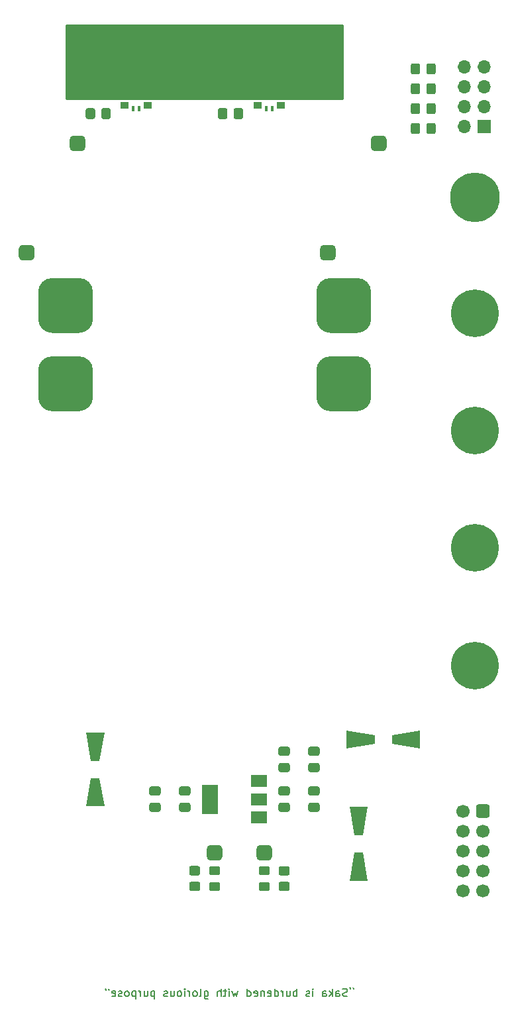
<source format=gbr>
%TF.GenerationSoftware,KiCad,Pcbnew,(5.1.12-1-10_14)*%
%TF.CreationDate,2021-12-28T18:18:38+00:00*%
%TF.ProjectId,pocket-operator-eurorack,706f636b-6574-42d6-9f70-657261746f72,rev?*%
%TF.SameCoordinates,Original*%
%TF.FileFunction,Soldermask,Bot*%
%TF.FilePolarity,Negative*%
%FSLAX46Y46*%
G04 Gerber Fmt 4.6, Leading zero omitted, Abs format (unit mm)*
G04 Created by KiCad (PCBNEW (5.1.12-1-10_14)) date 2021-12-28 18:18:38*
%MOMM*%
%LPD*%
G01*
G04 APERTURE LIST*
%ADD10C,0.150000*%
%ADD11C,0.100000*%
%ADD12R,0.400000X0.800000*%
%ADD13R,1.000000X0.900000*%
%ADD14C,1.700000*%
%ADD15R,2.000000X1.500000*%
%ADD16R,2.000000X3.800000*%
%ADD17O,1.700000X1.700000*%
%ADD18R,1.700000X1.700000*%
%ADD19C,6.350000*%
%ADD20C,6.100000*%
%ADD21C,0.254000*%
G04 APERTURE END LIST*
D10*
X50401190Y-125865000D02*
X50401190Y-125817380D01*
X50353571Y-125722142D01*
X50305952Y-125674523D01*
X50782142Y-125865000D02*
X50782142Y-125817380D01*
X50734523Y-125722142D01*
X50686904Y-125674523D01*
X49972619Y-126769761D02*
X49829761Y-126817380D01*
X49591666Y-126817380D01*
X49496428Y-126769761D01*
X49448809Y-126722142D01*
X49401190Y-126626904D01*
X49401190Y-126531666D01*
X49448809Y-126436428D01*
X49496428Y-126388809D01*
X49591666Y-126341190D01*
X49782142Y-126293571D01*
X49877380Y-126245952D01*
X49925000Y-126198333D01*
X49972619Y-126103095D01*
X49972619Y-126007857D01*
X49925000Y-125912619D01*
X49877380Y-125865000D01*
X49782142Y-125817380D01*
X49544047Y-125817380D01*
X49401190Y-125865000D01*
X48544047Y-126817380D02*
X48544047Y-126293571D01*
X48591666Y-126198333D01*
X48686904Y-126150714D01*
X48877380Y-126150714D01*
X48972619Y-126198333D01*
X48544047Y-126769761D02*
X48639285Y-126817380D01*
X48877380Y-126817380D01*
X48972619Y-126769761D01*
X49020238Y-126674523D01*
X49020238Y-126579285D01*
X48972619Y-126484047D01*
X48877380Y-126436428D01*
X48639285Y-126436428D01*
X48544047Y-126388809D01*
X48067857Y-126817380D02*
X48067857Y-125817380D01*
X47972619Y-126436428D02*
X47686904Y-126817380D01*
X47686904Y-126150714D02*
X48067857Y-126531666D01*
X46829761Y-126817380D02*
X46829761Y-126293571D01*
X46877380Y-126198333D01*
X46972619Y-126150714D01*
X47163095Y-126150714D01*
X47258333Y-126198333D01*
X46829761Y-126769761D02*
X46925000Y-126817380D01*
X47163095Y-126817380D01*
X47258333Y-126769761D01*
X47305952Y-126674523D01*
X47305952Y-126579285D01*
X47258333Y-126484047D01*
X47163095Y-126436428D01*
X46925000Y-126436428D01*
X46829761Y-126388809D01*
X45591666Y-126817380D02*
X45591666Y-126150714D01*
X45591666Y-125817380D02*
X45639285Y-125865000D01*
X45591666Y-125912619D01*
X45544047Y-125865000D01*
X45591666Y-125817380D01*
X45591666Y-125912619D01*
X45163095Y-126769761D02*
X45067857Y-126817380D01*
X44877380Y-126817380D01*
X44782142Y-126769761D01*
X44734523Y-126674523D01*
X44734523Y-126626904D01*
X44782142Y-126531666D01*
X44877380Y-126484047D01*
X45020238Y-126484047D01*
X45115476Y-126436428D01*
X45163095Y-126341190D01*
X45163095Y-126293571D01*
X45115476Y-126198333D01*
X45020238Y-126150714D01*
X44877380Y-126150714D01*
X44782142Y-126198333D01*
X43544047Y-126817380D02*
X43544047Y-125817380D01*
X43544047Y-126198333D02*
X43448809Y-126150714D01*
X43258333Y-126150714D01*
X43163095Y-126198333D01*
X43115476Y-126245952D01*
X43067857Y-126341190D01*
X43067857Y-126626904D01*
X43115476Y-126722142D01*
X43163095Y-126769761D01*
X43258333Y-126817380D01*
X43448809Y-126817380D01*
X43544047Y-126769761D01*
X42210714Y-126150714D02*
X42210714Y-126817380D01*
X42639285Y-126150714D02*
X42639285Y-126674523D01*
X42591666Y-126769761D01*
X42496428Y-126817380D01*
X42353571Y-126817380D01*
X42258333Y-126769761D01*
X42210714Y-126722142D01*
X41734523Y-126817380D02*
X41734523Y-126150714D01*
X41734523Y-126341190D02*
X41686904Y-126245952D01*
X41639285Y-126198333D01*
X41544047Y-126150714D01*
X41448809Y-126150714D01*
X40686904Y-126817380D02*
X40686904Y-125817380D01*
X40686904Y-126769761D02*
X40782142Y-126817380D01*
X40972619Y-126817380D01*
X41067857Y-126769761D01*
X41115476Y-126722142D01*
X41163095Y-126626904D01*
X41163095Y-126341190D01*
X41115476Y-126245952D01*
X41067857Y-126198333D01*
X40972619Y-126150714D01*
X40782142Y-126150714D01*
X40686904Y-126198333D01*
X39829761Y-126769761D02*
X39925000Y-126817380D01*
X40115476Y-126817380D01*
X40210714Y-126769761D01*
X40258333Y-126674523D01*
X40258333Y-126293571D01*
X40210714Y-126198333D01*
X40115476Y-126150714D01*
X39925000Y-126150714D01*
X39829761Y-126198333D01*
X39782142Y-126293571D01*
X39782142Y-126388809D01*
X40258333Y-126484047D01*
X39353571Y-126150714D02*
X39353571Y-126817380D01*
X39353571Y-126245952D02*
X39305952Y-126198333D01*
X39210714Y-126150714D01*
X39067857Y-126150714D01*
X38972619Y-126198333D01*
X38925000Y-126293571D01*
X38925000Y-126817380D01*
X38067857Y-126769761D02*
X38163095Y-126817380D01*
X38353571Y-126817380D01*
X38448809Y-126769761D01*
X38496428Y-126674523D01*
X38496428Y-126293571D01*
X38448809Y-126198333D01*
X38353571Y-126150714D01*
X38163095Y-126150714D01*
X38067857Y-126198333D01*
X38020238Y-126293571D01*
X38020238Y-126388809D01*
X38496428Y-126484047D01*
X37163095Y-126817380D02*
X37163095Y-125817380D01*
X37163095Y-126769761D02*
X37258333Y-126817380D01*
X37448809Y-126817380D01*
X37544047Y-126769761D01*
X37591666Y-126722142D01*
X37639285Y-126626904D01*
X37639285Y-126341190D01*
X37591666Y-126245952D01*
X37544047Y-126198333D01*
X37448809Y-126150714D01*
X37258333Y-126150714D01*
X37163095Y-126198333D01*
X36020238Y-126150714D02*
X35829761Y-126817380D01*
X35639285Y-126341190D01*
X35448809Y-126817380D01*
X35258333Y-126150714D01*
X34877380Y-126817380D02*
X34877380Y-126150714D01*
X34877380Y-125817380D02*
X34925000Y-125865000D01*
X34877380Y-125912619D01*
X34829761Y-125865000D01*
X34877380Y-125817380D01*
X34877380Y-125912619D01*
X34544047Y-126150714D02*
X34163095Y-126150714D01*
X34401190Y-125817380D02*
X34401190Y-126674523D01*
X34353571Y-126769761D01*
X34258333Y-126817380D01*
X34163095Y-126817380D01*
X33829761Y-126817380D02*
X33829761Y-125817380D01*
X33401190Y-126817380D02*
X33401190Y-126293571D01*
X33448809Y-126198333D01*
X33544047Y-126150714D01*
X33686904Y-126150714D01*
X33782142Y-126198333D01*
X33829761Y-126245952D01*
X31734523Y-126150714D02*
X31734523Y-126960238D01*
X31782142Y-127055476D01*
X31829761Y-127103095D01*
X31925000Y-127150714D01*
X32067857Y-127150714D01*
X32163095Y-127103095D01*
X31734523Y-126769761D02*
X31829761Y-126817380D01*
X32020238Y-126817380D01*
X32115476Y-126769761D01*
X32163095Y-126722142D01*
X32210714Y-126626904D01*
X32210714Y-126341190D01*
X32163095Y-126245952D01*
X32115476Y-126198333D01*
X32020238Y-126150714D01*
X31829761Y-126150714D01*
X31734523Y-126198333D01*
X31115476Y-126817380D02*
X31210714Y-126769761D01*
X31258333Y-126674523D01*
X31258333Y-125817380D01*
X30591666Y-126817380D02*
X30686904Y-126769761D01*
X30734523Y-126722142D01*
X30782142Y-126626904D01*
X30782142Y-126341190D01*
X30734523Y-126245952D01*
X30686904Y-126198333D01*
X30591666Y-126150714D01*
X30448809Y-126150714D01*
X30353571Y-126198333D01*
X30305952Y-126245952D01*
X30258333Y-126341190D01*
X30258333Y-126626904D01*
X30305952Y-126722142D01*
X30353571Y-126769761D01*
X30448809Y-126817380D01*
X30591666Y-126817380D01*
X29829761Y-126817380D02*
X29829761Y-126150714D01*
X29829761Y-126341190D02*
X29782142Y-126245952D01*
X29734523Y-126198333D01*
X29639285Y-126150714D01*
X29544047Y-126150714D01*
X29210714Y-126817380D02*
X29210714Y-126150714D01*
X29210714Y-125817380D02*
X29258333Y-125865000D01*
X29210714Y-125912619D01*
X29163095Y-125865000D01*
X29210714Y-125817380D01*
X29210714Y-125912619D01*
X28591666Y-126817380D02*
X28686904Y-126769761D01*
X28734523Y-126722142D01*
X28782142Y-126626904D01*
X28782142Y-126341190D01*
X28734523Y-126245952D01*
X28686904Y-126198333D01*
X28591666Y-126150714D01*
X28448809Y-126150714D01*
X28353571Y-126198333D01*
X28305952Y-126245952D01*
X28258333Y-126341190D01*
X28258333Y-126626904D01*
X28305952Y-126722142D01*
X28353571Y-126769761D01*
X28448809Y-126817380D01*
X28591666Y-126817380D01*
X27401190Y-126150714D02*
X27401190Y-126817380D01*
X27829761Y-126150714D02*
X27829761Y-126674523D01*
X27782142Y-126769761D01*
X27686904Y-126817380D01*
X27544047Y-126817380D01*
X27448809Y-126769761D01*
X27401190Y-126722142D01*
X26972619Y-126769761D02*
X26877380Y-126817380D01*
X26686904Y-126817380D01*
X26591666Y-126769761D01*
X26544047Y-126674523D01*
X26544047Y-126626904D01*
X26591666Y-126531666D01*
X26686904Y-126484047D01*
X26829761Y-126484047D01*
X26925000Y-126436428D01*
X26972619Y-126341190D01*
X26972619Y-126293571D01*
X26925000Y-126198333D01*
X26829761Y-126150714D01*
X26686904Y-126150714D01*
X26591666Y-126198333D01*
X25353571Y-126150714D02*
X25353571Y-127150714D01*
X25353571Y-126198333D02*
X25258333Y-126150714D01*
X25067857Y-126150714D01*
X24972619Y-126198333D01*
X24925000Y-126245952D01*
X24877380Y-126341190D01*
X24877380Y-126626904D01*
X24925000Y-126722142D01*
X24972619Y-126769761D01*
X25067857Y-126817380D01*
X25258333Y-126817380D01*
X25353571Y-126769761D01*
X24020238Y-126150714D02*
X24020238Y-126817380D01*
X24448809Y-126150714D02*
X24448809Y-126674523D01*
X24401190Y-126769761D01*
X24305952Y-126817380D01*
X24163095Y-126817380D01*
X24067857Y-126769761D01*
X24020238Y-126722142D01*
X23544047Y-126817380D02*
X23544047Y-126150714D01*
X23544047Y-126341190D02*
X23496428Y-126245952D01*
X23448809Y-126198333D01*
X23353571Y-126150714D01*
X23258333Y-126150714D01*
X22925000Y-126150714D02*
X22925000Y-127150714D01*
X22925000Y-126198333D02*
X22829761Y-126150714D01*
X22639285Y-126150714D01*
X22544047Y-126198333D01*
X22496428Y-126245952D01*
X22448809Y-126341190D01*
X22448809Y-126626904D01*
X22496428Y-126722142D01*
X22544047Y-126769761D01*
X22639285Y-126817380D01*
X22829761Y-126817380D01*
X22925000Y-126769761D01*
X21877380Y-126817380D02*
X21972619Y-126769761D01*
X22020238Y-126722142D01*
X22067857Y-126626904D01*
X22067857Y-126341190D01*
X22020238Y-126245952D01*
X21972619Y-126198333D01*
X21877380Y-126150714D01*
X21734523Y-126150714D01*
X21639285Y-126198333D01*
X21591666Y-126245952D01*
X21544047Y-126341190D01*
X21544047Y-126626904D01*
X21591666Y-126722142D01*
X21639285Y-126769761D01*
X21734523Y-126817380D01*
X21877380Y-126817380D01*
X21163095Y-126769761D02*
X21067857Y-126817380D01*
X20877380Y-126817380D01*
X20782142Y-126769761D01*
X20734523Y-126674523D01*
X20734523Y-126626904D01*
X20782142Y-126531666D01*
X20877380Y-126484047D01*
X21020238Y-126484047D01*
X21115476Y-126436428D01*
X21163095Y-126341190D01*
X21163095Y-126293571D01*
X21115476Y-126198333D01*
X21020238Y-126150714D01*
X20877380Y-126150714D01*
X20782142Y-126198333D01*
X19925000Y-126769761D02*
X20020238Y-126817380D01*
X20210714Y-126817380D01*
X20305952Y-126769761D01*
X20353571Y-126674523D01*
X20353571Y-126293571D01*
X20305952Y-126198333D01*
X20210714Y-126150714D01*
X20020238Y-126150714D01*
X19925000Y-126198333D01*
X19877380Y-126293571D01*
X19877380Y-126388809D01*
X20353571Y-126484047D01*
X19448809Y-125817380D02*
X19448809Y-125865000D01*
X19496428Y-125960238D01*
X19544047Y-126007857D01*
X19067857Y-125817380D02*
X19067857Y-125865000D01*
X19115476Y-125960238D01*
X19163095Y-126007857D01*
%TO.C,C1*%
G36*
G01*
X46195000Y-101150000D02*
X45245000Y-101150000D01*
G75*
G02*
X44995000Y-100900000I0J250000D01*
G01*
X44995000Y-100225000D01*
G75*
G02*
X45245000Y-99975000I250000J0D01*
G01*
X46195000Y-99975000D01*
G75*
G02*
X46445000Y-100225000I0J-250000D01*
G01*
X46445000Y-100900000D01*
G75*
G02*
X46195000Y-101150000I-250000J0D01*
G01*
G37*
G36*
G01*
X46195000Y-103225000D02*
X45245000Y-103225000D01*
G75*
G02*
X44995000Y-102975000I0J250000D01*
G01*
X44995000Y-102300000D01*
G75*
G02*
X45245000Y-102050000I250000J0D01*
G01*
X46195000Y-102050000D01*
G75*
G02*
X46445000Y-102300000I0J-250000D01*
G01*
X46445000Y-102975000D01*
G75*
G02*
X46195000Y-103225000I-250000J0D01*
G01*
G37*
%TD*%
%TO.C,C2*%
G36*
G01*
X45245000Y-96970000D02*
X46195000Y-96970000D01*
G75*
G02*
X46445000Y-97220000I0J-250000D01*
G01*
X46445000Y-97895000D01*
G75*
G02*
X46195000Y-98145000I-250000J0D01*
G01*
X45245000Y-98145000D01*
G75*
G02*
X44995000Y-97895000I0J250000D01*
G01*
X44995000Y-97220000D01*
G75*
G02*
X45245000Y-96970000I250000J0D01*
G01*
G37*
G36*
G01*
X45245000Y-94895000D02*
X46195000Y-94895000D01*
G75*
G02*
X46445000Y-95145000I0J-250000D01*
G01*
X46445000Y-95820000D01*
G75*
G02*
X46195000Y-96070000I-250000J0D01*
G01*
X45245000Y-96070000D01*
G75*
G02*
X44995000Y-95820000I0J250000D01*
G01*
X44995000Y-95145000D01*
G75*
G02*
X45245000Y-94895000I250000J0D01*
G01*
G37*
%TD*%
%TO.C,C3*%
G36*
G01*
X42385000Y-101150000D02*
X41435000Y-101150000D01*
G75*
G02*
X41185000Y-100900000I0J250000D01*
G01*
X41185000Y-100225000D01*
G75*
G02*
X41435000Y-99975000I250000J0D01*
G01*
X42385000Y-99975000D01*
G75*
G02*
X42635000Y-100225000I0J-250000D01*
G01*
X42635000Y-100900000D01*
G75*
G02*
X42385000Y-101150000I-250000J0D01*
G01*
G37*
G36*
G01*
X42385000Y-103225000D02*
X41435000Y-103225000D01*
G75*
G02*
X41185000Y-102975000I0J250000D01*
G01*
X41185000Y-102300000D01*
G75*
G02*
X41435000Y-102050000I250000J0D01*
G01*
X42385000Y-102050000D01*
G75*
G02*
X42635000Y-102300000I0J-250000D01*
G01*
X42635000Y-102975000D01*
G75*
G02*
X42385000Y-103225000I-250000J0D01*
G01*
G37*
%TD*%
%TO.C,C4*%
G36*
G01*
X41435000Y-96970000D02*
X42385000Y-96970000D01*
G75*
G02*
X42635000Y-97220000I0J-250000D01*
G01*
X42635000Y-97895000D01*
G75*
G02*
X42385000Y-98145000I-250000J0D01*
G01*
X41435000Y-98145000D01*
G75*
G02*
X41185000Y-97895000I0J250000D01*
G01*
X41185000Y-97220000D01*
G75*
G02*
X41435000Y-96970000I250000J0D01*
G01*
G37*
G36*
G01*
X41435000Y-94895000D02*
X42385000Y-94895000D01*
G75*
G02*
X42635000Y-95145000I0J-250000D01*
G01*
X42635000Y-95820000D01*
G75*
G02*
X42385000Y-96070000I-250000J0D01*
G01*
X41435000Y-96070000D01*
G75*
G02*
X41185000Y-95820000I0J250000D01*
G01*
X41185000Y-95145000D01*
G75*
G02*
X41435000Y-94895000I250000J0D01*
G01*
G37*
%TD*%
%TO.C,C5*%
G36*
G01*
X29685000Y-101150000D02*
X28735000Y-101150000D01*
G75*
G02*
X28485000Y-100900000I0J250000D01*
G01*
X28485000Y-100225000D01*
G75*
G02*
X28735000Y-99975000I250000J0D01*
G01*
X29685000Y-99975000D01*
G75*
G02*
X29935000Y-100225000I0J-250000D01*
G01*
X29935000Y-100900000D01*
G75*
G02*
X29685000Y-101150000I-250000J0D01*
G01*
G37*
G36*
G01*
X29685000Y-103225000D02*
X28735000Y-103225000D01*
G75*
G02*
X28485000Y-102975000I0J250000D01*
G01*
X28485000Y-102300000D01*
G75*
G02*
X28735000Y-102050000I250000J0D01*
G01*
X29685000Y-102050000D01*
G75*
G02*
X29935000Y-102300000I0J-250000D01*
G01*
X29935000Y-102975000D01*
G75*
G02*
X29685000Y-103225000I-250000J0D01*
G01*
G37*
%TD*%
%TO.C,C6*%
G36*
G01*
X25875000Y-101150000D02*
X24925000Y-101150000D01*
G75*
G02*
X24675000Y-100900000I0J250000D01*
G01*
X24675000Y-100225000D01*
G75*
G02*
X24925000Y-99975000I250000J0D01*
G01*
X25875000Y-99975000D01*
G75*
G02*
X26125000Y-100225000I0J-250000D01*
G01*
X26125000Y-100900000D01*
G75*
G02*
X25875000Y-101150000I-250000J0D01*
G01*
G37*
G36*
G01*
X25875000Y-103225000D02*
X24925000Y-103225000D01*
G75*
G02*
X24675000Y-102975000I0J250000D01*
G01*
X24675000Y-102300000D01*
G75*
G02*
X24925000Y-102050000I250000J0D01*
G01*
X25875000Y-102050000D01*
G75*
G02*
X26125000Y-102300000I0J-250000D01*
G01*
X26125000Y-102975000D01*
G75*
G02*
X25875000Y-103225000I-250000J0D01*
G01*
G37*
%TD*%
D11*
%TO.C,D1*%
G36*
X52585000Y-112015000D02*
G01*
X50285000Y-112015000D01*
X50885000Y-108415000D01*
X51985000Y-108415000D01*
X52585000Y-112015000D01*
G37*
G36*
X50285000Y-102615000D02*
G01*
X52585000Y-102615000D01*
X51985000Y-106215000D01*
X50885000Y-106215000D01*
X50285000Y-102615000D01*
G37*
%TD*%
%TO.C,D2*%
G36*
X49910000Y-95130000D02*
G01*
X49910000Y-92830000D01*
X53510000Y-93430000D01*
X53510000Y-94530000D01*
X49910000Y-95130000D01*
G37*
G36*
X59310000Y-92830000D02*
G01*
X59310000Y-95130000D01*
X55710000Y-94530000D01*
X55710000Y-93430000D01*
X59310000Y-92830000D01*
G37*
%TD*%
D12*
%TO.C,D3*%
X22600000Y-13335000D03*
X23400000Y-13335000D03*
D13*
X21500000Y-12885000D03*
X24500000Y-12885000D03*
%TD*%
D12*
%TO.C,D4*%
X39600000Y-13335000D03*
X40400000Y-13335000D03*
D13*
X38500000Y-12885000D03*
X41500000Y-12885000D03*
%TD*%
D11*
%TO.C,D5*%
G36*
X18930000Y-102490000D02*
G01*
X16630000Y-102490000D01*
X17230000Y-98890000D01*
X18330000Y-98890000D01*
X18930000Y-102490000D01*
G37*
G36*
X16630000Y-93090000D02*
G01*
X18930000Y-93090000D01*
X18330000Y-96690000D01*
X17230000Y-96690000D01*
X16630000Y-93090000D01*
G37*
%TD*%
D14*
%TO.C,J1*%
X64770000Y-113284000D03*
X64770000Y-110744000D03*
X64770000Y-108204000D03*
X64770000Y-105664000D03*
X64770000Y-103124000D03*
X67310000Y-113284000D03*
X67310000Y-110744000D03*
X67310000Y-108204000D03*
X67310000Y-105664000D03*
G36*
G01*
X68160000Y-102524000D02*
X68160000Y-103724000D01*
G75*
G02*
X67910000Y-103974000I-250000J0D01*
G01*
X66710000Y-103974000D01*
G75*
G02*
X66460000Y-103724000I0J250000D01*
G01*
X66460000Y-102524000D01*
G75*
G02*
X66710000Y-102274000I250000J0D01*
G01*
X67910000Y-102274000D01*
G75*
G02*
X68160000Y-102524000I0J-250000D01*
G01*
G37*
%TD*%
%TO.C,J6*%
G36*
G01*
X8000000Y-32250000D02*
X8000000Y-31250000D01*
G75*
G02*
X8500000Y-30750000I500000J0D01*
G01*
X9500000Y-30750000D01*
G75*
G02*
X10000000Y-31250000I0J-500000D01*
G01*
X10000000Y-32250000D01*
G75*
G02*
X9500000Y-32750000I-500000J0D01*
G01*
X8500000Y-32750000D01*
G75*
G02*
X8000000Y-32250000I0J500000D01*
G01*
G37*
%TD*%
%TO.C,J7*%
G36*
G01*
X53000000Y-18280000D02*
X53000000Y-17280000D01*
G75*
G02*
X53500000Y-16780000I500000J0D01*
G01*
X54500000Y-16780000D01*
G75*
G02*
X55000000Y-17280000I0J-500000D01*
G01*
X55000000Y-18280000D01*
G75*
G02*
X54500000Y-18780000I-500000J0D01*
G01*
X53500000Y-18780000D01*
G75*
G02*
X53000000Y-18280000I0J500000D01*
G01*
G37*
%TD*%
%TO.C,J8*%
G36*
G01*
X14500000Y-18280000D02*
X14500000Y-17280000D01*
G75*
G02*
X15000000Y-16780000I500000J0D01*
G01*
X16000000Y-16780000D01*
G75*
G02*
X16500000Y-17280000I0J-500000D01*
G01*
X16500000Y-18280000D01*
G75*
G02*
X16000000Y-18780000I-500000J0D01*
G01*
X15000000Y-18780000D01*
G75*
G02*
X14500000Y-18280000I0J500000D01*
G01*
G37*
%TD*%
%TO.C,J9*%
G36*
G01*
X46500000Y-32250000D02*
X46500000Y-31250000D01*
G75*
G02*
X47000000Y-30750000I500000J0D01*
G01*
X48000000Y-30750000D01*
G75*
G02*
X48500000Y-31250000I0J-500000D01*
G01*
X48500000Y-32250000D01*
G75*
G02*
X48000000Y-32750000I-500000J0D01*
G01*
X47000000Y-32750000D01*
G75*
G02*
X46500000Y-32250000I0J500000D01*
G01*
G37*
%TD*%
%TO.C,J12*%
G36*
G01*
X10470000Y-50250000D02*
X10470000Y-46750000D01*
G75*
G02*
X12220000Y-45000000I1750000J0D01*
G01*
X15720000Y-45000000D01*
G75*
G02*
X17470000Y-46750000I0J-1750000D01*
G01*
X17470000Y-50250000D01*
G75*
G02*
X15720000Y-52000000I-1750000J0D01*
G01*
X12220000Y-52000000D01*
G75*
G02*
X10470000Y-50250000I0J1750000D01*
G01*
G37*
%TD*%
%TO.C,J13*%
G36*
G01*
X46030000Y-40250000D02*
X46030000Y-36750000D01*
G75*
G02*
X47780000Y-35000000I1750000J0D01*
G01*
X51280000Y-35000000D01*
G75*
G02*
X53030000Y-36750000I0J-1750000D01*
G01*
X53030000Y-40250000D01*
G75*
G02*
X51280000Y-42000000I-1750000J0D01*
G01*
X47780000Y-42000000D01*
G75*
G02*
X46030000Y-40250000I0J1750000D01*
G01*
G37*
%TD*%
%TO.C,J11*%
G36*
G01*
X10470000Y-40250000D02*
X10470000Y-36750000D01*
G75*
G02*
X12220000Y-35000000I1750000J0D01*
G01*
X15720000Y-35000000D01*
G75*
G02*
X17470000Y-36750000I0J-1750000D01*
G01*
X17470000Y-40250000D01*
G75*
G02*
X15720000Y-42000000I-1750000J0D01*
G01*
X12220000Y-42000000D01*
G75*
G02*
X10470000Y-40250000I0J1750000D01*
G01*
G37*
%TD*%
%TO.C,J10*%
G36*
G01*
X46030000Y-50250000D02*
X46030000Y-46750000D01*
G75*
G02*
X47780000Y-45000000I1750000J0D01*
G01*
X51280000Y-45000000D01*
G75*
G02*
X53030000Y-46750000I0J-1750000D01*
G01*
X53030000Y-50250000D01*
G75*
G02*
X51280000Y-52000000I-1750000J0D01*
G01*
X47780000Y-52000000D01*
G75*
G02*
X46030000Y-50250000I0J1750000D01*
G01*
G37*
%TD*%
%TO.C,R1*%
G36*
G01*
X59290000Y-15424999D02*
X59290000Y-16325001D01*
G75*
G02*
X59040001Y-16575000I-249999J0D01*
G01*
X58339999Y-16575000D01*
G75*
G02*
X58090000Y-16325001I0J249999D01*
G01*
X58090000Y-15424999D01*
G75*
G02*
X58339999Y-15175000I249999J0D01*
G01*
X59040001Y-15175000D01*
G75*
G02*
X59290000Y-15424999I0J-249999D01*
G01*
G37*
G36*
G01*
X61290000Y-15424999D02*
X61290000Y-16325001D01*
G75*
G02*
X61040001Y-16575000I-249999J0D01*
G01*
X60339999Y-16575000D01*
G75*
G02*
X60090000Y-16325001I0J249999D01*
G01*
X60090000Y-15424999D01*
G75*
G02*
X60339999Y-15175000I249999J0D01*
G01*
X61040001Y-15175000D01*
G75*
G02*
X61290000Y-15424999I0J-249999D01*
G01*
G37*
%TD*%
%TO.C,R2*%
G36*
G01*
X59290000Y-12884999D02*
X59290000Y-13785001D01*
G75*
G02*
X59040001Y-14035000I-249999J0D01*
G01*
X58339999Y-14035000D01*
G75*
G02*
X58090000Y-13785001I0J249999D01*
G01*
X58090000Y-12884999D01*
G75*
G02*
X58339999Y-12635000I249999J0D01*
G01*
X59040001Y-12635000D01*
G75*
G02*
X59290000Y-12884999I0J-249999D01*
G01*
G37*
G36*
G01*
X61290000Y-12884999D02*
X61290000Y-13785001D01*
G75*
G02*
X61040001Y-14035000I-249999J0D01*
G01*
X60339999Y-14035000D01*
G75*
G02*
X60090000Y-13785001I0J249999D01*
G01*
X60090000Y-12884999D01*
G75*
G02*
X60339999Y-12635000I249999J0D01*
G01*
X61040001Y-12635000D01*
G75*
G02*
X61290000Y-12884999I0J-249999D01*
G01*
G37*
%TD*%
%TO.C,R3*%
G36*
G01*
X59290000Y-10344999D02*
X59290000Y-11245001D01*
G75*
G02*
X59040001Y-11495000I-249999J0D01*
G01*
X58339999Y-11495000D01*
G75*
G02*
X58090000Y-11245001I0J249999D01*
G01*
X58090000Y-10344999D01*
G75*
G02*
X58339999Y-10095000I249999J0D01*
G01*
X59040001Y-10095000D01*
G75*
G02*
X59290000Y-10344999I0J-249999D01*
G01*
G37*
G36*
G01*
X61290000Y-10344999D02*
X61290000Y-11245001D01*
G75*
G02*
X61040001Y-11495000I-249999J0D01*
G01*
X60339999Y-11495000D01*
G75*
G02*
X60090000Y-11245001I0J249999D01*
G01*
X60090000Y-10344999D01*
G75*
G02*
X60339999Y-10095000I249999J0D01*
G01*
X61040001Y-10095000D01*
G75*
G02*
X61290000Y-10344999I0J-249999D01*
G01*
G37*
%TD*%
%TO.C,R4*%
G36*
G01*
X59290000Y-7804999D02*
X59290000Y-8705001D01*
G75*
G02*
X59040001Y-8955000I-249999J0D01*
G01*
X58339999Y-8955000D01*
G75*
G02*
X58090000Y-8705001I0J249999D01*
G01*
X58090000Y-7804999D01*
G75*
G02*
X58339999Y-7555000I249999J0D01*
G01*
X59040001Y-7555000D01*
G75*
G02*
X59290000Y-7804999I0J-249999D01*
G01*
G37*
G36*
G01*
X61290000Y-7804999D02*
X61290000Y-8705001D01*
G75*
G02*
X61040001Y-8955000I-249999J0D01*
G01*
X60339999Y-8955000D01*
G75*
G02*
X60090000Y-8705001I0J249999D01*
G01*
X60090000Y-7804999D01*
G75*
G02*
X60339999Y-7555000I249999J0D01*
G01*
X61040001Y-7555000D01*
G75*
G02*
X61290000Y-7804999I0J-249999D01*
G01*
G37*
%TD*%
%TO.C,R5*%
G36*
G01*
X17745000Y-13519999D02*
X17745000Y-14420001D01*
G75*
G02*
X17495001Y-14670000I-249999J0D01*
G01*
X16794999Y-14670000D01*
G75*
G02*
X16545000Y-14420001I0J249999D01*
G01*
X16545000Y-13519999D01*
G75*
G02*
X16794999Y-13270000I249999J0D01*
G01*
X17495001Y-13270000D01*
G75*
G02*
X17745000Y-13519999I0J-249999D01*
G01*
G37*
G36*
G01*
X19745000Y-13519999D02*
X19745000Y-14420001D01*
G75*
G02*
X19495001Y-14670000I-249999J0D01*
G01*
X18794999Y-14670000D01*
G75*
G02*
X18545000Y-14420001I0J249999D01*
G01*
X18545000Y-13519999D01*
G75*
G02*
X18794999Y-13270000I249999J0D01*
G01*
X19495001Y-13270000D01*
G75*
G02*
X19745000Y-13519999I0J-249999D01*
G01*
G37*
%TD*%
%TO.C,R6*%
G36*
G01*
X34652000Y-13519999D02*
X34652000Y-14420001D01*
G75*
G02*
X34402001Y-14670000I-249999J0D01*
G01*
X33701999Y-14670000D01*
G75*
G02*
X33452000Y-14420001I0J249999D01*
G01*
X33452000Y-13519999D01*
G75*
G02*
X33701999Y-13270000I249999J0D01*
G01*
X34402001Y-13270000D01*
G75*
G02*
X34652000Y-13519999I0J-249999D01*
G01*
G37*
G36*
G01*
X36652000Y-13519999D02*
X36652000Y-14420001D01*
G75*
G02*
X36402001Y-14670000I-249999J0D01*
G01*
X35701999Y-14670000D01*
G75*
G02*
X35452000Y-14420001I0J249999D01*
G01*
X35452000Y-13519999D01*
G75*
G02*
X35701999Y-13270000I249999J0D01*
G01*
X36402001Y-13270000D01*
G75*
G02*
X36652000Y-13519999I0J-249999D01*
G01*
G37*
%TD*%
D15*
%TO.C,U1*%
X38710000Y-99300000D03*
X38710000Y-103900000D03*
X38710000Y-101600000D03*
D16*
X32410000Y-101600000D03*
%TD*%
D17*
%TO.C,J2*%
X64970000Y-7980000D03*
X67510000Y-7980000D03*
X64970000Y-10520000D03*
X67510000Y-10520000D03*
X64970000Y-13060000D03*
X67510000Y-13060000D03*
X64970000Y-15600000D03*
D18*
X67510000Y-15600000D03*
%TD*%
D19*
%TO.C,J3*%
X66294000Y-24638000D03*
%TD*%
D20*
%TO.C,J4*%
X66294000Y-39500000D03*
%TD*%
%TO.C,J5*%
X66294000Y-54500000D03*
%TD*%
%TO.C,J14*%
X66294000Y-69500000D03*
%TD*%
%TO.C,J15*%
X66294000Y-84500000D03*
%TD*%
%TO.C,J16*%
G36*
G01*
X38370000Y-108958000D02*
X38370000Y-107958000D01*
G75*
G02*
X38870000Y-107458000I500000J0D01*
G01*
X39870000Y-107458000D01*
G75*
G02*
X40370000Y-107958000I0J-500000D01*
G01*
X40370000Y-108958000D01*
G75*
G02*
X39870000Y-109458000I-500000J0D01*
G01*
X38870000Y-109458000D01*
G75*
G02*
X38370000Y-108958000I0J500000D01*
G01*
G37*
%TD*%
%TO.C,J17*%
G36*
G01*
X32020000Y-108958000D02*
X32020000Y-107958000D01*
G75*
G02*
X32520000Y-107458000I500000J0D01*
G01*
X33520000Y-107458000D01*
G75*
G02*
X34020000Y-107958000I0J-500000D01*
G01*
X34020000Y-108958000D01*
G75*
G02*
X33520000Y-109458000I-500000J0D01*
G01*
X32520000Y-109458000D01*
G75*
G02*
X32020000Y-108958000I0J500000D01*
G01*
G37*
%TD*%
%TO.C,R7*%
G36*
G01*
X42360001Y-111360000D02*
X41459999Y-111360000D01*
G75*
G02*
X41210000Y-111110001I0J249999D01*
G01*
X41210000Y-110409999D01*
G75*
G02*
X41459999Y-110160000I249999J0D01*
G01*
X42360001Y-110160000D01*
G75*
G02*
X42610000Y-110409999I0J-249999D01*
G01*
X42610000Y-111110001D01*
G75*
G02*
X42360001Y-111360000I-249999J0D01*
G01*
G37*
G36*
G01*
X42360001Y-113360000D02*
X41459999Y-113360000D01*
G75*
G02*
X41210000Y-113110001I0J249999D01*
G01*
X41210000Y-112409999D01*
G75*
G02*
X41459999Y-112160000I249999J0D01*
G01*
X42360001Y-112160000D01*
G75*
G02*
X42610000Y-112409999I0J-249999D01*
G01*
X42610000Y-113110001D01*
G75*
G02*
X42360001Y-113360000I-249999J0D01*
G01*
G37*
%TD*%
%TO.C,R8*%
G36*
G01*
X30930001Y-111344000D02*
X30029999Y-111344000D01*
G75*
G02*
X29780000Y-111094001I0J249999D01*
G01*
X29780000Y-110393999D01*
G75*
G02*
X30029999Y-110144000I249999J0D01*
G01*
X30930001Y-110144000D01*
G75*
G02*
X31180000Y-110393999I0J-249999D01*
G01*
X31180000Y-111094001D01*
G75*
G02*
X30930001Y-111344000I-249999J0D01*
G01*
G37*
G36*
G01*
X30930001Y-113344000D02*
X30029999Y-113344000D01*
G75*
G02*
X29780000Y-113094001I0J249999D01*
G01*
X29780000Y-112393999D01*
G75*
G02*
X30029999Y-112144000I249999J0D01*
G01*
X30930001Y-112144000D01*
G75*
G02*
X31180000Y-112393999I0J-249999D01*
G01*
X31180000Y-113094001D01*
G75*
G02*
X30930001Y-113344000I-249999J0D01*
G01*
G37*
%TD*%
%TO.C,D6*%
G36*
G01*
X38919999Y-112210000D02*
X39820001Y-112210000D01*
G75*
G02*
X40070000Y-112459999I0J-249999D01*
G01*
X40070000Y-113110001D01*
G75*
G02*
X39820001Y-113360000I-249999J0D01*
G01*
X38919999Y-113360000D01*
G75*
G02*
X38670000Y-113110001I0J249999D01*
G01*
X38670000Y-112459999D01*
G75*
G02*
X38919999Y-112210000I249999J0D01*
G01*
G37*
G36*
G01*
X38919999Y-110160000D02*
X39820001Y-110160000D01*
G75*
G02*
X40070000Y-110409999I0J-249999D01*
G01*
X40070000Y-111060001D01*
G75*
G02*
X39820001Y-111310000I-249999J0D01*
G01*
X38919999Y-111310000D01*
G75*
G02*
X38670000Y-111060001I0J249999D01*
G01*
X38670000Y-110409999D01*
G75*
G02*
X38919999Y-110160000I249999J0D01*
G01*
G37*
%TD*%
%TO.C,D7*%
G36*
G01*
X32569999Y-112210000D02*
X33470001Y-112210000D01*
G75*
G02*
X33720000Y-112459999I0J-249999D01*
G01*
X33720000Y-113110001D01*
G75*
G02*
X33470001Y-113360000I-249999J0D01*
G01*
X32569999Y-113360000D01*
G75*
G02*
X32320000Y-113110001I0J249999D01*
G01*
X32320000Y-112459999D01*
G75*
G02*
X32569999Y-112210000I249999J0D01*
G01*
G37*
G36*
G01*
X32569999Y-110160000D02*
X33470001Y-110160000D01*
G75*
G02*
X33720000Y-110409999I0J-249999D01*
G01*
X33720000Y-111060001D01*
G75*
G02*
X33470001Y-111310000I-249999J0D01*
G01*
X32569999Y-111310000D01*
G75*
G02*
X32320000Y-111060001I0J249999D01*
G01*
X32320000Y-110409999D01*
G75*
G02*
X32569999Y-110160000I249999J0D01*
G01*
G37*
%TD*%
D21*
X49403000Y-12065000D02*
X14097000Y-12065000D01*
X14097000Y-2667000D01*
X49403000Y-2667000D01*
X49403000Y-12065000D01*
D11*
G36*
X49403000Y-12065000D02*
G01*
X14097000Y-12065000D01*
X14097000Y-2667000D01*
X49403000Y-2667000D01*
X49403000Y-12065000D01*
G37*
M02*

</source>
